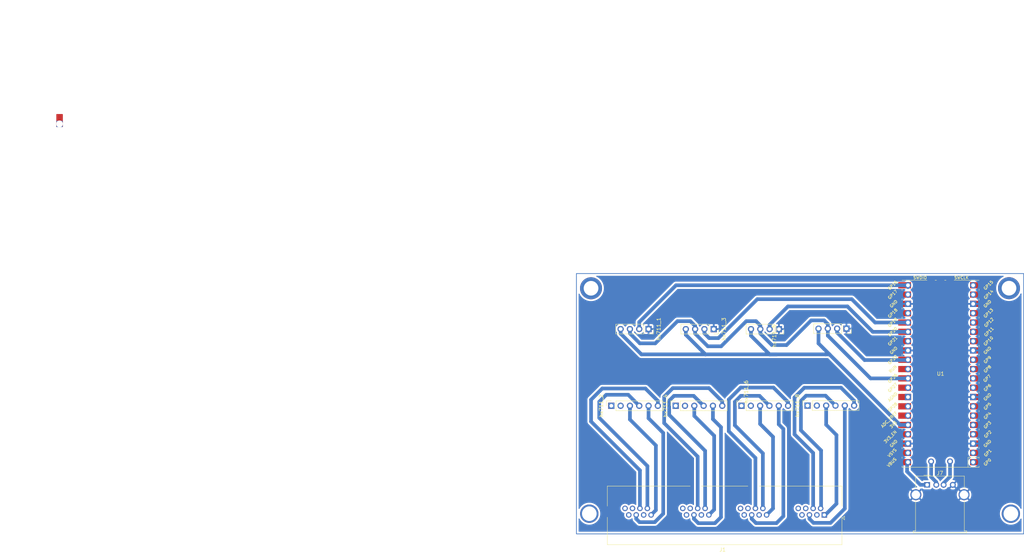
<source format=kicad_pcb>
(kicad_pcb (version 20240108) (generator "pcbnew") (generator_version "8.0")
  (layers (0 "F.Cu" signal) (31 "B.Cu" signal) (34 "B.Paste" user) (35 "F.Paste" user) (36 "B.SilkS" user "B.Silkscreen") (37 "F.SilkS" user "F.Silkscreen") (38 "B.Mask" user) (39 "F.Mask" user) (44 "Edge.Cuts" user))
  (net 0 "")
  (net 25 "SCK")
  (net 26 "DT1")
  (net 27 "VCC")
  (net 28 "GND")
  (net 31 "DT2")
  (net 34 "DT3")
  (net 37 "DT4")
  (net 43 "unconnected-(J7-D--Pad2)")
  (net 44 "unconnected-(J7-D+-Pad3)")
  (net 45 "Net-(J7-VBUS)")
  (net 48 "1A-")
  (net 49 "1E-")
  (net 50 "1E+")
  (net 51 "1A+")
  (net 52 "2E+")
  (net 53 "2A+")
  (net 54 "2E-")
  (net 55 "2A-")
  (net 56 "3E-")
  (net 57 "3A+")
  (net 58 "3E+")
  (net 59 "3A-")
  (net 60 "4A-")
  (net 61 "4E+")
  (net 62 "4E-")
  (net 63 "4A+")
  (footprint "" (layer "F.Cu") (at 273.585332 59.47063)
    (property "Reference" "" (hide yes))
    (property "Value" "" (hide yes))
    (pad "" np_thru_hole circle (at 0 0 180) (size 6 6) (drill 4) (layers "F&B.Cu" "*.Mask"))
  )
  (footprint "" (layer "F.Cu") (at 257.501299 106.700573)
    (property "Reference" "" (at 0 0 0) (layer "F.SilkS") (effects (font (size 1.27 1.27))))
    (property "Value" "")
    (pad "2" thru_hole circle (at 0 0) (size 1.6 1.6) (drill 0.95) (layers "*.Cu" "*.Mask") (net 43 "unconnected-(J7-D--Pad2)"))
  )
  (footprint "" (layer "F.Cu") (at 159.582925 59.495168)
    (property "Reference" "" (at -41.263115 -44.066516 0) (layer "F.SilkS") (effects (font (size 1.27 1.27))))
    (property "Value" "")
    (pad "" np_thru_hole circle (at 0 0 180) (size 6 6) (drill 4) (layers "F&B.Cu" "*.Mask"))
  )
  (footprint "Connector_PinSocket_2.54mm:PinSocket_1x06_P2.54mm_Vertical" (layer "F.Cu") (at 182.668241 91.549093 90)
    (property "Reference" "hx711_4" (at 0 -2.77 90) (layer "F.SilkS"))
    (property "Value" "Conn_01x06_Pin" (hide yes))
    (pad "1" thru_hole rect (at 0 0 90) (size 1.7 1.7) (drill 1) (layers "*.Cu" "*.Mask"))
    (pad "2" thru_hole oval (at 0 2.54 90) (size 1.7 1.7) (drill 1) (layers "*.Cu" "*.Mask"))
    (pad "3" thru_hole oval (at 0 5.08 90) (size 1.7 1.7) (drill 1) (layers "*.Cu" "*.Mask") (net 53 "2A+"))
    (pad "4" thru_hole oval (at 0 7.62 90) (size 1.7 1.7) (drill 1) (layers "*.Cu" "*.Mask") (net 55 "2A-"))
    (pad "5" thru_hole oval (at 0 10.16 90) (size 1.7 1.7) (drill 1) (layers "*.Cu" "*.Mask") (net 54 "2E-"))
    (pad "6" thru_hole oval (at 0 12.7 90) (size 1.7 1.7) (drill 1) (layers "*.Cu" "*.Mask") (net 52 "2E+"))
  )
  (footprint "Connector_PinSocket_2.54mm:PinSocket_1x06_P2.54mm_Vertical" (layer "F.Cu") (at 165.11104 91.54706 90)
    (property "Reference" "hx711_2" (at 0 -2.77 90) (layer "F.SilkS"))
    (property "Value" "Conn_01x06_Pin" (hide yes))
    (pad "1" thru_hole rect (at 0 0 90) (size 1.7 1.7) (drill 1) (layers "*.Cu" "*.Mask"))
    (pad "2" thru_hole oval (at 0 2.54 90) (size 1.7 1.7) (drill 1) (layers "*.Cu" "*.Mask"))
    (pad "3" thru_hole oval (at 0 5.08 90) (size 1.7 1.7) (drill 1) (layers "*.Cu" "*.Mask") (net 51 "1A+"))
    (pad "4" thru_hole oval (at 0 7.62 90) (size 1.7 1.7) (drill 1) (layers "*.Cu" "*.Mask") (net 48 "1A-"))
    (pad "5" thru_hole oval (at 0 10.16 90) (size 1.7 1.7) (drill 1) (layers "*.Cu" "*.Mask") (net 49 "1E-"))
    (pad "6" thru_hole oval (at 0 12.7 90) (size 1.7 1.7) (drill 1) (layers "*.Cu" "*.Mask") (net 50 "1E+"))
  )
  (footprint "Connector_PinSocket_2.54mm:PinSocket_1x04_P2.54mm_Vertical" (layer "F.Cu") (at 210.83104 70.63797 -90)
    (property "Reference" "hx711_5" (at 1.905 1.27 90) (layer "F.SilkS"))
    (property "Value" "Conn_01x04_Pin" (hide yes))
    (pad "1" thru_hole rect (at 0 0 270) (size 1.7 1.7) (drill 1) (layers "*.Cu" "*.Mask") (net 28 "GND"))
    (pad "2" thru_hole oval (at 0 2.54 270) (size 1.7 1.7) (drill 1) (layers "*.Cu" "*.Mask") (net 34 "DT3"))
    (pad "3" thru_hole oval (at 0 5.08 270) (size 1.7 1.7) (drill 1) (layers "*.Cu" "*.Mask") (net 25 "SCK"))
    (pad "4" thru_hole oval (at 0 7.62 270) (size 1.7 1.7) (drill 1) (layers "*.Cu" "*.Mask") (net 27 "VCC"))
  )
  (footprint "Connector_PinSocket_2.54mm:PinSocket_1x04_P2.54mm_Vertical" (layer "F.Cu") (at 193.05104 70.628671 -90)
    (property "Reference" "hx711_3" (at 0 -2.77 90) (layer "F.SilkS"))
    (property "Value" "Conn_01x04_Pin" (hide yes))
    (pad "1" thru_hole rect (at 0 0 270) (size 1.7 1.7) (drill 1) (layers "*.Cu" "*.Mask") (net 28 "GND"))
    (pad "2" thru_hole oval (at 0 2.54 270) (size 1.7 1.7) (drill 1) (layers "*.Cu" "*.Mask") (net 31 "DT2"))
    (pad "3" thru_hole oval (at 0 5.08 270) (size 1.7 1.7) (drill 1) (layers "*.Cu" "*.Mask") (net 25 "SCK"))
    (pad "4" thru_hole oval (at 0 7.62 270) (size 1.7 1.7) (drill 1) (layers "*.Cu" "*.Mask") (net 27 "VCC"))
  )
  (footprint "" (layer "F.Cu") (at 252.349 106.7308)
    (property "Reference" "" (at 0 0 0) (layer "F.SilkS") (effects (font (size 1.27 1.27))))
    (property "Value" "")
    (pad "2" thru_hole circle (at 0 0) (size 1.6 1.6) (drill 0.95) (layers "*.Cu" "*.Mask") (net 43 "unconnected-(J7-D--Pad2)"))
  )
  (footprint "" (layer "F.Cu") (at 159.108936 120.977632)
    (property "Reference" "" (at 0 0 0) (layer "F.SilkS") (effects (font (size 1.27 1.27))))
    (property "Value" "")
    (pad "" np_thru_hole circle (at 0 0) (size 5 5) (drill 4) (layers "F&B.Cu" "*.Mask"))
  )
  (footprint "" (layer "F.Cu") (at 274.093109 120.983793)
    (property "Reference" "" (at 0 0 0) (layer "F.SilkS") (effects (font (size 1.27 1.27))))
    (property "Value" "")
    (pad "" np_thru_hole circle (at 0 0) (size 5 5) (drill 4) (layers "F&B.Cu" "*.Mask"))
  )
  (footprint "Connector_PinSocket_2.54mm:PinSocket_1x04_P2.54mm_Vertical" (layer "F.Cu") (at 175.27104 70.61706 -90)
    (property "Reference" "hx711_1" (at 0 -2.77 90) (layer "F.SilkS"))
    (property "Value" "Conn_01x04_Pin" (hide yes))
    (pad "1" thru_hole rect (at 0 0 270) (size 1.7 1.7) (drill 1) (layers "*.Cu" "*.Mask") (net 28 "GND"))
    (pad "2" thru_hole oval (at 0 2.54 270) (size 1.7 1.7) (drill 1) (layers "*.Cu" "*.Mask") (net 26 "DT1"))
    (pad "3" thru_hole oval (at 0 5.08 270) (size 1.7 1.7) (drill 1) (layers "*.Cu" "*.Mask") (net 25 "SCK"))
    (pad "4" thru_hole oval (at 0 7.62 270) (size 1.7 1.7) (drill 1) (layers "*.Cu" "*.Mask") (net 27 "VCC"))
  )
  (footprint "Connector_RJ:RJ45_Amphenol_RJHSE538X-04" (layer "F.Cu") (at 223.2152 121.3124 180)
    (property "Reference" "J1" (at 27.75 -9.5 0) (layer "F.SilkS"))
    (property "Value" "Conn_01x48_Pin")
    (pad "" np_thru_hole circle (at 223.02 138.819475 180) (size 3.25 3.25) (drill 3.25) (layers "F&B.Cu" "*.Mask"))
    (pad "" np_thru_hole circle (at 223.2152 121.3124 180) (size 3.25 3.25) (drill 3.25) (layers "F&B.Cu" "*.Mask"))
    (pad "1" thru_hole rect (at 0 0 180) (size 1.5 1.5) (drill 0.89) (layers "*.Cu" "*.Mask") (net 63 "4A+"))
    (pad "2" thru_hole circle (at 1.016 1.78 180) (size 1.5 1.5) (drill 0.89) (layers "*.Cu" "*.Mask") (net 60 "4A-"))
    (pad "3" thru_hole circle (at 2.032 0 180) (size 1.5 1.5) (drill 0.89) (layers "*.Cu" "*.Mask"))
    (pad "4" thru_hole circle (at 3.048 1.78 180) (size 1.5 1.5) (drill 0.89) (layers "*.Cu" "*.Mask") (net 61 "4E+"))
    (pad "5" thru_hole circle (at 4.064 0 180) (size 1.5 1.5) (drill 0.89) (layers "*.Cu" "*.Mask") (net 62 "4E-"))
    (pad "6" thru_hole circle (at 5.08 1.78 180) (size 1.5 1.5) (drill 0.89) (layers "*.Cu" "*.Mask"))
    (pad "7" thru_hole circle (at 6.096 0 180) (size 1.5 1.5) (drill 0.89) (layers "*.Cu" "*.Mask"))
    (pad "8" thru_hole circle (at 7.112 1.78 180) (size 1.5 1.5) (drill 0.89) (layers "*.Cu" "*.Mask"))
    (pad "9" thru_hole circle (at 223.02 138.819475 180) (size 1.5 1.5) (drill 0.89) (layers "*.Cu" "*.Mask"))
    (pad "10" thru_hole circle (at 223.02 138.819475 180) (size 1.5 1.5) (drill 0.89) (layers "*.Cu" "*.Mask"))
    (pad "11" thru_hole circle (at 223.02 138.819475 180) (size 1.5 1.5) (drill 0.89) (layers "*.Cu" "*.Mask"))
    (pad "12" thru_hole circle (at 223.02 138.819475 180) (size 1.5 1.5) (drill 0.89) (layers "*.Cu" "*.Mask"))
    (pad "13" thru_hole circle (at 15.75 0 180) (size 1.5 1.5) (drill 0.89) (layers "*.Cu" "*.Mask") (net 57 "3A+"))
    (pad "14" thru_hole circle (at 16.766 1.78 180) (size 1.5 1.5) (drill 0.89) (layers "*.Cu" "*.Mask") (net 59 "3A-"))
    (pad "15" thru_hole circle (at 17.782 0 180) (size 1.5 1.5) (drill 0.89) (layers "*.Cu" "*.Mask"))
    (pad "16" thru_hole circle (at 18.798 1.78 180) (size 1.5 1.5) (drill 0.89) (layers "*.Cu" "*.Mask") (net 58 "3E+"))
    (pad "17" thru_hole circle (at 19.814 0 180) (size 1.5 1.5) (drill 0.89) (layers "*.Cu" "*.Mask") (net 56 "3E-"))
    (pad "18" thru_hole circle (at 20.83 1.78 180) (size 1.5 1.5) (drill 0.89) (layers "*.Cu" "*.Mask"))
    (pad "19" thru_hole circle (at 21.846 0 180) (size 1.5 1.5) (drill 0.89) (layers "*.Cu" "*.Mask"))
    (pad "20" thru_hole circle (at 22.862 1.78 180) (size 1.5 1.5) (drill 0.89) (layers "*.Cu" "*.Mask"))
    (pad "21" thru_hole circle (at 223.02 138.819475 180) (size 1.5 1.5) (drill 0.89) (layers "*.Cu" "*.Mask"))
    (pad "22" thru_hole circle (at 223.02 138.819475 180) (size 1.5 1.5) (drill 0.89) (layers "*.Cu" "*.Mask"))
    (pad "23" thru_hole circle (at 223.02 138.819475 180) (size 1.5 1.5) (drill 0.89) (layers "*.Cu" "*.Mask"))
    (pad "24" thru_hole circle (at 223.02 138.819475 180) (size 1.5 1.5) (drill 0.89) (layers "*.Cu" "*.Mask"))
    (pad "25" thru_hole circle (at 31.5 0 180) (size 1.5 1.5) (drill 0.89) (layers "*.Cu" "*.Mask") (net 53 "2A+"))
    (pad "26" thru_hole circle (at 32.516 1.78 180) (size 1.5 1.5) (drill 0.89) (layers "*.Cu" "*.Mask") (net 55 "2A-"))
    (pad "27" thru_hole circle (at 33.532 0 180) (size 1.5 1.5) (drill 0.89) (layers "*.Cu" "*.Mask"))
    (pad "28" thru_hole circle (at 34.548 1.78 180) (size 1.5 1.5) (drill 0.89) (layers "*.Cu" "*.Mask") (net 52 "2E+"))
    (pad "29" thru_hole circle (at 35.564 0 180) (size 1.5 1.5) (drill 0.89) (layers "*.Cu" "*.Mask") (net 54 "2E-"))
    (pad "30" thru_hole circle (at 36.58 1.78 180) (size 1.5 1.5) (drill 0.89) (layers "*.Cu" "*.Mask"))
    (pad "31" thru_hole circle (at 37.596 0 180) (size 1.5 1.5) (drill 0.89) (layers "*.Cu" "*.Mask"))
    (pad "32" thru_hole circle (at 38.612 1.78 180) (size 1.5 1.5) (drill 0.89) (layers "*.Cu" "*.Mask"))
    (pad "33" thru_hole circle (at 223.02 138.819475 180) (size 1.5 1.5) (drill 0.89) (layers "*.Cu" "*.Mask"))
    (pad "34" thru_hole circle (at 223.02 138.819475 180) (size 1.5 1.5) (drill 0.89) (layers "*.Cu" "*.Mask"))
    (pad "35" thru_hole circle (at 223.02 138.819475 180) (size 1.5 1.5) (drill 0.89) (layers "*.Cu" "*.Mask"))
    (pad "36" thru_hole circle (at 223.02 138.819475 180) (size 1.5 1.5) (drill 0.89) (layers "*.Cu" "*.Mask"))
    (pad "37" thru_hole circle (at 47.25 0 180) (size 1.5 1.5) (drill 0.89) (layers "*.Cu" "*.Mask") (net 51 "1A+"))
    (pad "38" thru_hole circle (at 48.266 1.78 180) (size 1.5 1.5) (drill 0.89) (layers "*.Cu" "*.Mask") (net 48 "1A-"))
    (pad "39" thru_hole circle (at 49.282 0 180) (size 1.5 1.5) (drill 0.89) (layers "*.Cu" "*.Mask"))
    (pad "40" thru_hole circle (at 50.298 1.78 180) (size 1.5 1.5) (drill 0.89) (layers "*.Cu" "*.Mask") (net 50 "1E+"))
    (pad "41" thru_hole circle (at 51.314 0 180) (size 1.5 1.5) (drill 0.89) (layers "*.Cu" "*.Mask") (net 49 "1E-"))
    (pad "42" thru_hole circle (at 52.33 1.78 180) (size 1.5 1.5) (drill 0.89) (layers "*.Cu" "*.Mask"))
    (pad "43" thru_hole circle (at 53.346 0 180) (size 1.5 1.5) (drill 0.89) (layers "*.Cu" "*.Mask"))
    (pad "44" thru_hole circle (at 54.362 1.78 180) (size 1.5 1.5) (drill 0.89) (layers "*.Cu" "*.Mask"))
    (pad "45" thru_hole circle (at 223.02 138.819475 180) (size 1.5 1.5) (drill 0.89) (layers "*.Cu" "*.Mask"))
    (pad "46" thru_hole circle (at 223.02 138.819475 180) (size 1.5 1.5) (drill 0.89) (layers "*.Cu" "*.Mask"))
    (pad "47" thru_hole circle (at 223.02 138.819475 180) (size 1.5 1.5) (drill 0.89) (layers "*.Cu" "*.Mask"))
    (pad "48" thru_hole circle (at 223.02 138.819475 180) (size 1.5 1.5) (drill 0.89) (layers "*.Cu" "*.Mask"))
    (pad "SH" thru_hole circle (at 223.2152 121.3124 180) (size 2.57 2.57) (drill 1.57) (layers "*.Cu" "*.Mask"))
    (pad "SH" thru_hole circle (at 223.2152 121.3124 180) (size 2.57 2.57) (drill 1.57) (layers "*.Cu" "*.Mask"))
    (pad "SH" thru_hole circle (at 223.2152 121.3124 180) (size 2.57 2.57) (drill 1.57) (layers "*.Cu" "*.Mask"))
    (pad "SH" thru_hole circle (at 223.2152 121.3124 180) (size 2.57 2.57) (drill 1.57) (layers "*.Cu" "*.Mask"))
  )
  (footprint "" (layer "F.Cu") (at 129.6924 39.7002)
    (property "Reference" "" (at 0 0 0) (layer "F.SilkS") (effects (font (size 1.27 1.27))))
    (property "Value" "")
    (pad "" np_thru_hole oval (at 0 0 180) (size 1.5 1.5) (drill 1.5) (layers "F&B.Cu" "*.Mask"))
  )
  (footprint "Connector_USB:USB_A_Molex_67643_Horizontal" (layer "F.Cu") (at 251.251124 113.09949)
    (property "Reference" "J7" (at 3.5 -3.19 0) (layer "F.SilkS"))
    (property "Value" "USB_A")
    (pad "1" thru_hole rect (at 0 0) (size 1.6 1.5) (drill 0.95) (layers "*.Cu" "*.Mask") (net 45 "Net-(J7-VBUS)"))
    (pad "2" thru_hole circle (at 2.5 0) (size 1.6 1.6) (drill 0.95) (layers "*.Cu" "*.Mask") (net 43 "unconnected-(J7-D--Pad2)"))
    (pad "3" thru_hole circle (at 4.5 0) (size 1.6 1.6) (drill 0.95) (layers "*.Cu" "*.Mask") (net 44 "unconnected-(J7-D+-Pad3)"))
    (pad "4" thru_hole circle (at 7 0) (size 1.6 1.6) (drill 0.95) (layers "*.Cu" "*.Mask") (net 28 "GND"))
    (pad "5" thru_hole circle (at -3.07 2.71) (size 3 3) (drill 2.3) (layers "*.Cu" "*.Mask") (net 28 "GND"))
    (pad "5" thru_hole circle (at 10.07 2.71) (size 3 3) (drill 2.3) (layers "*.Cu" "*.Mask") (net 28 "GND"))
  )
  (footprint "Connector_PinSocket_2.54mm:PinSocket_1x04_P2.54mm_Vertical" (layer "F.Cu") (at 229.24604 70.495962 -90)
    (property "Reference" "hx711_7" (hide yes))
    (property "Value" "Conn_01x04_Pin")
    (pad "1" thru_hole rect (at 0 0 270) (size 1.7 1.7) (drill 1) (layers "*.Cu" "*.Mask") (net 28 "GND"))
    (pad "2" thru_hole oval (at 0 2.54 270) (size 1.7 1.7) (drill 1) (layers "*.Cu" "*.Mask") (net 37 "DT4"))
    (pad "3" thru_hole oval (at 0 5.08 270) (size 1.7 1.7) (drill 1) (layers "*.Cu" "*.Mask") (net 25 "SCK"))
    (pad "4" thru_hole oval (at 0 7.62 270) (size 1.7 1.7) (drill 1) (layers "*.Cu" "*.Mask") (net 27 "VCC"))
  )
  (footprint "Connector_PinSocket_2.54mm:PinSocket_1x06_P2.54mm_Vertical" (layer "F.Cu") (at 200.621068 91.538123 90)
    (property "Reference" "hx711_6" (at 3.81 1.27 90) (layer "F.SilkS"))
    (property "Value" "Conn_01x06_Pin" (hide yes))
    (pad "1" thru_hole rect (at 0 0 90) (size 1.7 1.7) (drill 1) (layers "*.Cu" "*.Mask"))
    (pad "2" thru_hole oval (at 0 2.54 90) (size 1.7 1.7) (drill 1) (layers "*.Cu" "*.Mask"))
    (pad "3" thru_hole oval (at 0 5.08 90) (size 1.7 1.7) (drill 1) (layers "*.Cu" "*.Mask") (net 57 "3A+"))
    (pad "4" thru_hole oval (at 0 7.62 90) (size 1.7 1.7) (drill 1) (layers "*.Cu" "*.Mask") (net 59 "3A-"))
    (pad "5" thru_hole oval (at 0 10.16 90) (size 1.7 1.7) (drill 1) (layers "*.Cu" "*.Mask") (net 56 "3E-"))
    (pad "6" thru_hole oval (at 0 12.7 90) (size 1.7 1.7) (drill 1) (layers "*.Cu" "*.Mask") (net 58 "3E+"))
  )
  (footprint "Rasperry Pico 2:RPi_Pico_SMD_TH" (layer "F.Cu") (at 254.9144 82.804 180)
    (property "Reference" "U1" (at 0 0 0) (layer "F.SilkS"))
    (property "Value" "Pico")
    (fp_text user "GP9" (at -12.8 3.81 45) (layer "F.SilkS") (effects (font (size 0.8 0.8))))
    (fp_text user "GND" (at -12.8 -6.35 45) (layer "F.SilkS") (effects (font (size 0.8 0.8))))
    (fp_text user "VBUS" (at 13.3 -24.2 45) (layer "F.SilkS") (effects (font (size 0.8 0.8))))
    (fp_text user "GP20" (at 13.054 11.43 45) (layer "F.SilkS") (effects (font (size 0.8 0.8))))
    (fp_text user "GP28" (at 13.054 -9.144 45) (layer "F.SilkS") (effects (font (size 0.8 0.8))))
    (fp_text user "AGND" (at 13.054 -6.35 45) (layer "F.SilkS") (effects (font (size 0.8 0.8))))
    (fp_text user "GP4" (at -12.8 -11.43 45) (layer "F.SilkS") (effects (font (size 0.8 0.8))))
    (fp_text user "GP2" (at -12.9 -16.51 45) (layer "F.SilkS") (effects (font (size 0.8 0.8))))
    (fp_text user "GP26" (at 13.054 -1.27 45) (layer "F.SilkS") (effects (font (size 0.8 0.8))))
    (fp_text user "GP21" (at 13.054 8.9 45) (layer "F.SilkS") (effects (font (size 0.8 0.8))))
    (fp_text user "3V3_EN" (at 13.7 -17.2 45) (layer "F.SilkS") (effects (font (size 0.8 0.8))))
    (fp_text user "GND" (at 12.8 6.35 45) (layer "F.SilkS") (effects (font (size 0.8 0.8))))
    (fp_text user "GP11" (at -13.2 11.43 45) (layer "F.SilkS") (effects (font (size 0.8 0.8))))
    (fp_text user "3V3" (at 12.9 -13.9 45) (layer "F.SilkS") (effects (font (size 0.8 0.8))))
    (fp_text user "GND" (at -12.8 -19.05 45) (layer "F.SilkS") (effects (font (size 0.8 0.8))))
    (fp_text user "GP10" (at -13.054 8.89 45) (layer "F.SilkS") (effects (font (size 0.8 0.8))))
    (fp_text user "GP3" (at -12.8 -13.97 45) (layer "F.SilkS") (effects (font (size 0.8 0.8))))
    (fp_text user "GP15" (at -13.054 24.13 45) (layer "F.SilkS") (effects (font (size 0.8 0.8))))
    (fp_text user "GP12" (at -13.2 13.97 45) (layer "F.SilkS") (effects (font (size 0.8 0.8))))
    (fp_text user "RUN" (at 13 1.27 45) (layer "F.SilkS") (effects (font (size 0.8 0.8))))
    (fp_text user "GND" (at 12.8 19.05 45) (layer "F.SilkS") (effects (font (size 0.8 0.8))))
    (fp_text user "GP17" (at 13.054 21.59 45) (layer "F.SilkS") (effects (font (size 0.8 0.8))))
    (fp_text user "GP8" (at -12.8 1.27 45) (layer "F.SilkS") (effects (font (size 0.8 0.8))))
    (fp_text user "GP0" (at -12.8 -24.13 45) (layer "F.SilkS") (effects (font (size 0.8 0.8))))
    (fp_text user "GP13" (at -13.054 16.51 45) (layer "F.SilkS") (effects (font (size 0.8 0.8))))
    (fp_text user "ADC_VREF" (at 14 -12.5 45) (layer "F.SilkS") (effects (font (size 0.8 0.8))))
    (fp_text user "GP6" (at -12.8 -3.81 45) (layer "F.SilkS") (effects (font (size 0.8 0.8))))
    (fp_text user "GP27" (at 13.054 -3.8 45) (layer "F.SilkS") (effects (font (size 0.8 0.8))))
    (fp_text user "GP16" (at 13.054 24.13 45) (layer "F.SilkS") (effects (font (size 0.8 0.8))))
    (fp_text user "GP7" (at -12.7 -1.3 45) (layer "F.SilkS") (effects (font (size 0.8 0.8))))
    (fp_text user "SWDIO" (at 5.6 26.2 0) (layer "F.SilkS") (effects (font (size 0.8 0.8))))
    (fp_text user "GP14" (at -13.1 21.59 45) (layer "F.SilkS") (effects (font (size 0.8 0.8))))
    (fp_text user "VSYS" (at 13.2 -21.59 45) (layer "F.SilkS") (effects (font (size 0.8 0.8))))
    (fp_text user "SWCLK" (at -5.7 26.2 0) (layer "F.SilkS") (effects (font (size 0.8 0.8))))
    (fp_text user "GND" (at -12.8 19.05 45) (layer "F.SilkS") (effects (font (size 0.8 0.8))))
    (fp_text user "GP1" (at -12.9 -21.6 45) (layer "F.SilkS") (effects (font (size 0.8 0.8))))
    (fp_text user "GP5" (at -12.8 -8.89 45) (layer "F.SilkS") (effects (font (size 0.8 0.8))))
    (fp_text user "GP22" (at 13.054 3.81 45) (layer "F.SilkS") (effects (font (size 0.8 0.8))))
    (fp_text user "GND" (at -12.8 6.35 45) (layer "F.SilkS") (effects (font (size 0.8 0.8))))
    (fp_text user "GP19" (at 13.054 13.97 45) (layer "F.SilkS") (effects (font (size 0.8 0.8))))
    (fp_text user "GP18" (at 13.054 16.51 45) (layer "F.SilkS") (effects (font (size 0.8 0.8))))
    (fp_text user "GND" (at 12.8 -19.05 45) (layer "F.SilkS") (effects (font (size 0.8 0.8))))
    (pad "" np_thru_hole oval (at 240.29836 68.142316 180) (size 1.5 1.5) (drill 1.5) (layers "F&B.Cu" "*.Mask"))
    (pad "" np_thru_hole oval (at 240.29836 68.142316 180) (size 1.5 1.5) (drill 1.5) (layers "F&B.Cu" "*.Mask"))
    (pad "" np_thru_hole oval (at 240.29836 68.142316 180) (size 1.8 1.8) (drill 1.8) (layers "F&B.Cu" "*.Mask"))
    (pad "" np_thru_hole oval (at 240.29836 68.142316 180) (size 1.8 1.8) (drill 1.8) (layers "F&B.Cu" "*.Mask"))
    (pad "1" thru_hole oval (at -8.89 -24.13 180) (size 1.7 1.7) (drill 1.02) (layers "*.Cu" "*.Mask"))
    (pad "1" smd rect (at -8.89 -24.13 180) (size 3.5 1.7) (drill (offset -0.9 0)) (layers "F.Cu" "F.Mask"))
    (pad "2" thru_hole oval (at -8.89 -21.59 180) (size 1.7 1.7) (drill 1.02) (layers "*.Cu" "*.Mask"))
    (pad "2" smd rect (at -8.89 -21.59 180) (size 3.5 1.7) (drill (offset -0.9 0)) (layers "F.Cu" "F.Mask"))
    (pad "3" thru_hole rect (at -8.89 -19.05 180) (size 1.7 1.7) (drill 1.02) (layers "*.Cu" "*.Mask") (net 28 "GND"))
    (pad "3" smd rect (at -8.89 -19.05 180) (size 3.5 1.7) (drill (offset -0.9 0)) (layers "F.Cu" "F.Mask") (net 28 "GND"))
    (pad "4" thru_hole oval (at -8.89 -16.51 180) (size 1.7 1.7) (drill 1.02) (layers "*.Cu" "*.Mask"))
    (pad "4" smd rect (at -8.89 -16.51 180) (size 3.5 1.7) (drill (offset -0.9 0)) (layers "F.Cu" "F.Mask"))
    (pad "5" thru_hole oval (at -8.89 -13.97 180) (size 1.7 1.7) (drill 1.02) (layers "*.Cu" "*.Mask"))
    (pad "5" smd rect (at -8.89 -13.97 180) (size 3.5 1.7) (drill (offset -0.9 0)) (layers "F.Cu" "F.Mask"))
    (pad "6" thru_hole oval (at -8.89 -11.43 180) (size 1.7 1.7) (drill 1.02) (layers "*.Cu" "*.Mask"))
    (pad "6" smd rect (at -8.89 -11.43 180) (size 3.5 1.7) (drill (offset -0.9 0)) (layers "F.Cu" "F.Mask"))
    (pad "7" thru_hole oval (at -8.89 -8.89 180) (size 1.7 1.7) (drill 1.02) (layers "*.Cu" "*.Mask"))
    (pad "7" smd rect (at -8.89 -8.89 180) (size 3.5 1.7) (drill (offset -0.9 0)) (layers "F.Cu" "F.Mask"))
    (pad "8" thru_hole rect (at -8.89 -6.35 180) (size 1.7 1.7) (drill 1.02) (layers "*.Cu" "*.Mask") (net 28 "GND"))
    (pad "8" smd rect (at -8.89 -6.35 180) (size 3.5 1.7) (drill (offset -0.9 0)) (layers "F.Cu" "F.Mask") (net 28 "GND"))
    (pad "9" thru_hole oval (at -8.89 -3.81 180) (size 1.7 1.7) (drill 1.02) (layers "*.Cu" "*.Mask"))
    (pad "9" smd rect (at -8.89 -3.81 180) (size 3.5 1.7) (drill (offset -0.9 0)) (layers "F.Cu" "F.Mask"))
    (pad "10" thru_hole oval (at -8.89 -1.27 180) (size 1.7 1.7) (drill 1.02) (layers "*.Cu" "*.Mask"))
    (pad "10" smd rect (at -8.89 -1.27 180) (size 3.5 1.7) (drill (offset -0.9 0)) (layers "F.Cu" "F.Mask"))
    (pad "11" thru_hole oval (at -8.89 1.27 180) (size 1.7 1.7) (drill 1.02) (layers "*.Cu" "*.Mask"))
    (pad "11" smd rect (at -8.89 1.27 180) (size 3.5 1.7) (drill (offset -0.9 0)) (layers "F.Cu" "F.Mask"))
    (pad "12" thru_hole oval (at -8.89 3.81 180) (size 1.7 1.7) (drill 1.02) (layers "*.Cu" "*.Mask"))
    (pad "12" smd rect (at -8.89 3.81 180) (size 3.5 1.7) (drill (offset -0.9 0)) (layers "F.Cu" "F.Mask"))
    (pad "13" thru_hole rect (at -8.89 6.35 180) (size 1.7 1.7) (drill 1.02) (layers "*.Cu" "*.Mask") (net 28 "GND"))
    (pad "13" smd rect (at -8.89 6.35 180) (size 3.5 1.7) (drill (offset -0.9 0)) (layers "F.Cu" "F.Mask") (net 28 "GND"))
    (pad "14" thru_hole oval (at -8.89 8.89 180) (size 1.7 1.7) (drill 1.02) (layers "*.Cu" "*.Mask"))
    (pad "14" smd rect (at -8.89 8.89 180) (size 3.5 1.7) (drill (offset -0.9 0)) (layers "F.Cu" "F.Mask"))
    (pad "15" thru_hole oval (at -8.89 11.43 180) (size 1.7 1.7) (drill 1.02) (layers "*.Cu" "*.Mask"))
    (pad "15" smd rect (at -8.89 11.43 180) (size 3.5 1.7) (drill (offset -0.9 0)) (layers "F.Cu" "F.Mask"))
    (pad "16" thru_hole oval (at -8.89 13.97 180) (size 1.7 1.7) (drill 1.02) (layers "*.Cu" "*.Mask"))
    (pad "16" smd rect (at -8.89 13.97 180) (size 3.5 1.7) (drill (offset -0.9 0)) (layers "F.Cu" "F.Mask"))
    (pad "17" thru_hole oval (at -8.89 16.51 180) (size 1.7 1.7) (drill 1.02) (layers "*.Cu" "*.Mask"))
    (pad "17" smd rect (at -8.89 16.51 180) (size 3.5 1.7) (drill (offset -0.9 0)) (layers "F.Cu" "F.Mask"))
    (pad "18" thru_hole rect (at -8.89 19.05 180) (size 1.7 1.7) (drill 1.02) (layers "*.Cu" "*.Mask") (net 28 "GND"))
    (pad "18" smd rect (at -8.89 19.05 180) (size 3.5 1.7) (drill (offset -0.9 0)) (layers "F.Cu" "F.Mask") (net 28 "GND"))
    (pad "19" thru_hole oval (at -8.89 21.59 180) (size 1.7 1.7) (drill 1.02) (layers "*.Cu" "*.Mask"))
    (pad "19" smd rect (at -8.89 21.59 180) (size 3.5 1.7) (drill (offset -0.9 0)) (layers "F.Cu" "F.Mask"))
    (pad "20" thru_hole oval (at -8.89 24.13 180) (size 1.7 1.7) (drill 1.02) (layers "*.Cu" "*.Mask"))
    (pad "20" smd rect (at -8.89 24.13 180) (size 3.5 1.7) (drill (offset -0.9 0)) (layers "F.Cu" "F.Mask"))
    (pad "21" thru_hole oval (at 8.89 24.13 180) (size 1.7 1.7) (drill 1.02) (layers "*.Cu" "*.Mask") (net 26 "DT1"))
    (pad "21" smd rect (at 8.89 24.13 180) (size 3.5 1.7) (drill (offset 0.9 0)) (layers "F.Cu" "F.Mask") (net 26 "DT1"))
    (pad "22" thru_hole oval (at 8.89 21.59 180) (size 1.7 1.7) (drill 1.02) (layers "*.Cu" "*.Mask"))
    (pad "22" smd rect (at 8.89 21.59 180) (size 3.5 1.7) (drill (offset 0.9 0)) (layers "F.Cu" "F.Mask"))
    (pad "23" thru_hole rect (at 8.89 19.05 180) (size 1.7 1.7) (drill 1.02) (layers "*.Cu" "*.Mask") (net 28 "GND"))
    (pad "23" smd rect (at 8.89 19.05 180) (size 3.5 1.7) (drill (offset 0.9 0)) (layers "F.Cu" "F.Mask") (net 28 "GND"))
    (pad "24" thru_hole oval (at 8.89 16.51 180) (size 1.7 1.7) (drill 1.02) (layers "*.Cu" "*.Mask"))
    (pad "24" smd rect (at 8.89 16.51 180) (size 3.5 1.7) (drill (offset 0.9 0)) (layers "F.Cu" "F.Mask"))
    (pad "25" thru_hole oval (at 8.89 13.97 180) (size 1.7 1.7) (drill 1.02) (layers "*.Cu" "*.Mask") (net 31 "DT2"))
    (pad "25" smd rect (at 8.89 13.97 180) (size 3.5 1.7) (drill (offset 0.9 0)) (layers "F.Cu" "F.Mask") (net 31 "DT2"))
    (pad "26" thru_hole oval (at 8.89 11.43 180) (size 1.7 1.7) (drill 1.02) (layers "*.Cu" "*.Mask") (net 34 "DT3"))
    (pad "26" smd rect (at 8.89 11.43 180) (size 3.5 1.7) (drill (offset 0.9 0)) (layers "F.Cu" "F.Mask") (net 34 "DT3"))
    (pad "27" thru_hole oval (at 8.89 8.89 180) (size 1.7 1.7) (drill 1.02) (layers "*.Cu" "*.Mask"))
    (pad "27" smd rect (at 8.89 8.89 180) (size 3.5 1.7) (drill (offset 0.9 0)) (layers "F.Cu" "F.Mask"))
    (pad "28" thru_hole rect (at 8.89 6.35 180) (size 1.7 1.7) (drill 1.02) (layers "*.Cu" "*.Mask") (net 28 "GND"))
    (pad "28" smd rect (at 8.89 6.35 180) (size 3.5 1.7) (drill (offset 0.9 0)) (layers "F.Cu" "F.Mask") (net 28 "GND"))
    (pad "29" thru_hole oval (at 8.89 3.81 180) (size 1.7 1.7) (drill 1.02) (layers "*.Cu" "*.Mask") (net 37 "DT4"))
    (pad "29" smd rect (at 8.89 3.81 180) (size 3.5 1.7) (drill (offset 0.9 0)) (layers "F.Cu" "F.Mask") (net 37 "DT4"))
    (pad "30" thru_hole oval (at 8.89 1.27 180) (size 1.7 1.7) (drill 1.02) (layers "*.Cu" "*.Mask"))
    (pad "30" smd rect (at 8.89 1.27 180) (size 3.5 1.7) (drill (offset 0.9 0)) (layers "F.Cu" "F.Mask"))
    (pad "31" thru_hole oval (at 8.89 -1.27 180) (size 1.7 1.7) (drill 1.02) (layers "*.Cu" "*.Mask") (net 25 "SCK"))
    (pad "31" smd rect (at 8.89 -1.27 180) (size 3.5 1.7) (drill (offset 0.9 0)) (layers "F.Cu" "F.Mask") (net 25 "SCK"))
    (pad "32" thru_hole oval (at 8.89 -3.81 180) (size 1.7 1.7) (drill 1.02) (layers "*.Cu" "*.Mask"))
    (pad "32" smd rect (at 8.89 -3.81 180) (size 3.5 1.7) (drill (offset 0.9 0)) (layers "F.Cu" "F.Mask"))
    (pad "33" thru_hole rect (at 8.89 -6.35 180) (size 1.7 1.7) (drill 1.02) (layers "*.Cu" "*.Mask"))
    (pad "33" smd rect (at 8.89 -6.35 180) (size 3.5 1.7) (drill (offset 0.9 0)) (layers "F.Cu" "F.Mask"))
    (pad "34" thru_hole oval (at 8.89 -8.89 180) (size 1.7 1.7) (drill 1.02) (layers "*.Cu" "*.Mask"))
    (pad "34" smd rect (at 8.89 -8.89 180) (size 3.5 1.7) (drill (offset 0.9 0)) (layers "F.Cu" "F.Mask"))
    (pad "35" thru_hole oval (at 8.89 -11.43 180) (size 1.7 1.7) (drill 1.02) (layers "*.Cu" "*.Mask"))
    (pad "35" smd rect (at 8.89 -11.43 180) (size 3.5 1.7) (drill (offset 0.9 0)) (layers "F.Cu" "F.Mask"))
    (pad "36" thru_hole oval (at 8.89 -13.97 180) (size 1.7 1.7) (drill 1.02) (layers "*.Cu" "*.Mask") (net 27 "VCC"))
    (pad "36" smd rect (at 8.89 -13.97 180) (size 3.5 1.7) (drill (offset 0.9 0)) (layers "F.Cu" "F.Mask") (net 27 "VCC"))
    (pad "37" thru_hole oval (at 8.89 -16.51 180) (size 1.7 1.7) (drill 1.02) (layers "*.Cu" "*.Mask"))
    (pad "37" smd rect (at 8.89 -16.51 180) (size 3.5 1.7) (drill (offset 0.9 0)) (layers "F.Cu" "F.Mask"))
    (pad "38" thru_hole rect (at 8.89 -19.05 180) (size 1.7 1.7) (drill 1.02) (layers "*.Cu" "*.Mask") (net 28 "GND"))
    (pad "38" smd rect (at 8.89 -19.05 180) (size 3.5 1.7) (drill (offset 0.9 0)) (layers "F.Cu" "F.Mask") (net 28 "GND"))
    (pad "39" thru_hole oval (at 8.89 -21.59 180) (size 1.7 1.7) (drill 1.02) (layers "*.Cu" "*.Mask"))
    (pad "39" smd rect (at 8.89 -21.59 180) (size 3.5 1.7) (drill (offset 0.9 0)) (layers "F.Cu" "F.Mask"))
    (pad "40" thru_hole oval (at 8.89 -24.13 180) (size 1.7 1.7) (drill 1.02) (layers "*.Cu" "*.Mask") (net 45 "Net-(J7-VBUS)"))
    (pad "40" smd rect (at 8.89 -24.13 180) (size 3.5 1.7) (drill (offset 0.9 0)) (layers "F.Cu" "F.Mask") (net 45 "Net-(J7-VBUS)"))
    (pad "41" thru_hole oval (at 240.29836 68.142316 180) (size 1.7 1.7) (drill 1.02) (layers "*.Cu" "*.Mask"))
    (pad "41" smd rect (at 240.29836 68.142316 270) (size 3.5 1.7) (drill (offset -0.9 0)) (layers "F.Cu" "F.Mask"))
    (pad "42" thru_hole rect (at 240.29836 68.142316 180) (size 1.7 1.7) (drill 1.02) (layers "*.Cu" "*.Mask"))
    (pad "42" smd rect (at 240.29836 68.142316 270) (size 3.5 1.7) (drill (offset -0.9 0)) (layers "F.Cu" "F.Mask"))
    (pad "43" thru_hole oval (at 240.29836 68.142316 180) (size 1.7 1.7) (drill 1.02) (layers "*.Cu" "*.Mask"))
    (pad "43" smd rect (at 240.29836 68.142316 270) (size 3.5 1.7) (drill (offset -0.9 0)) (layers "F.Cu" "F.Mask"))
  )
  (footprint "Connector_PinSocket_2.54mm:PinSocket_1x06_P2.54mm_Vertical" (layer "F.Cu") (at 218.635081 91.49059 90)
    (property "Reference" "hx711_8" (at 0 -2.77 90) (layer "F.SilkS"))
    (property "Value" "Conn_01x06_Pin" (hide yes))
    (pad "1" thru_hole rect (at 0 0 90) (size 1.7 1.7) (drill 1) (layers "*.Cu" "*.Mask"))
    (pad "2" thru_hole oval (at 0 2.54 90) (size 1.7 1.7) (drill 1) (layers "*.Cu" "*.Mask"))
    (pad "3" thru_hole oval (at 0 5.08 90) (size 1.7 1.7) (drill 1) (layers "*.Cu" "*.Mask") (net 63 "4A+"))
    (pad "4" thru_hole oval (at 0 7.62 90) (size 1.7 1.7) (drill 1) (layers "*.Cu" "*.Mask") (net 60 "4A-"))
    (pad "5" thru_hole oval (at 0 10.16 90) (size 1.7 1.7) (drill 1) (layers "*.Cu" "*.Mask") (net 62 "4E-"))
    (pad "6" thru_hole oval (at 0 12.7 90) (size 1.7 1.7) (drill 1) (layers "*.Cu" "*.Mask") (net 61 "4E+"))
  )
  (gr_circle (center 274.037532 85.454197) (end 274.037532 85.454197) (stroke (width 0.2)) (fill none) (layer "F.Cu"))
  (gr_rect (start 155.593532 55.482197) (end 277.593532 126.482197) (stroke (width 0.2)) (fill none) (layer "B.Cu") (net 62))
  (gr_circle (center 274.093109 120.983793) (end 276.093109 120.983793) (stroke (width 0.2)) (fill none) (layer "B.Cu"))
  (gr_circle (center 273.585332 59.47063) (end 275.585332 59.47063) (stroke (width 0.2)) (fill none) (layer "B.Cu"))
  (gr_circle (center 159.108936 120.977632) (end 161.108936 120.977632) (stroke (width 0.2)) (fill none) (layer "B.Cu"))
  (gr_circle (center 159.582925 59.495168) (end 161.582925 59.495168) (stroke (width 0.2)) (fill none) (layer "B.Cu"))
  (segment (start 187.97104 70.541684) (end 187.97104 70.628671) (width 1) (layer "B.Cu") (net 25))
  (segment (start 201.918008 68.471241) (end 204.584954 68.471241) (width 1) (layer "B.Cu") (net 25))
  (segment (start 170.19104 71.81656) (end 172.890036 74.515556) (width 1) (layer "B.Cu") (net 25))
  (segment (start 187.97104 71.861655) (end 191.433334 75.323949) (width 1) (layer "B.Cu") (net 25))
  (segment (start 224.16604 70.495962) (end 224.16604 72.421284) (width 1) (layer "B.Cu") (net 25))
  (segment (start 205.75104 69.637327) (end 205.75104 70.63797) (width 1) (layer "B.Cu") (net 25))
  (segment (start 195.0653 75.323949) (end 201.918008 68.471241) (width 1) (layer "B.Cu") (net 25))
  (segment (start 204.584954 68.471241) (end 205.75104 69.637327) (width 1) (layer "B.Cu") (net 25))
  (segment (start 235.818756 84.074) (end 246.0244 84.074) (width 1) (layer "B.Cu") (net 25))
  (segment (start 187.97104 70.628671) (end 187.97104 71.861655) (width 1) (layer "B.Cu") (net 25))
  (segment (start 205.75104 70.63797) (end 205.75104 71.811684) (width 1) (layer "B.Cu") (net 25))
  (segment (start 177.110891 74.515556) (end 183.161616 68.464831) (width 1) (layer "B.Cu") (net 25))
  (segment (start 212.904238 74.986684) (end 219.641122 68.2498) (width 1) (layer "B.Cu") (net 25))
  (segment (start 191.433334 75.323949) (end 195.0653 75.323949) (width 1) (layer "B.Cu") (net 25))
  (segment (start 219.641122 68.2498) (end 223.144156 68.2498) (width 1) (layer "B.Cu") (net 25))
  (segment (start 208.92604 74.986684) (end 212.904238 74.986684) (width 1) (layer "B.Cu") (net 25))
  (segment (start 223.144156 68.2498) (end 224.16604 69.271684) (width 1) (layer "B.Cu") (net 25))
  (segment (start 187.97104 69.770177) (end 187.97104 70.628671) (width 1) (layer "B.Cu") (net 25))
  (segment (start 186.665694 68.464831) (end 187.97104 69.770177) (width 1) (layer "B.Cu") (net 25))
  (segment (start 224.16604 72.421284) (end 235.818756 84.074) (width 1) (layer "B.Cu") (net 25))
  (segment (start 224.16604 69.271684) (end 224.16604 70.495962) (width 1) (layer "B.Cu") (net 25))
  (segment (start 172.890036 74.515556) (end 177.110891 74.515556) (width 1) (layer "B.Cu") (net 25))
  (segment (start 183.161616 68.464831) (end 186.665694 68.464831) (width 1) (layer "B.Cu") (net 25))
  (segment (start 170.19104 70.61706) (end 170.19104 71.81656) (width 1) (layer "B.Cu") (net 25))
  (segment (start 205.75104 71.811684) (end 208.92604 74.986684) (width 1) (layer "B.Cu") (net 25))
  (segment (start 182.76537 58.674) (end 177.729985 63.709385) (width 1) (layer "B.Cu") (net 26))
  (segment (start 246.0244 58.674) (end 246.0244 59.195863) (width 1) (layer "B.Cu") (net 26))
  (segment (start 172.73104 70.61706) (end 172.73104 68.708331) (width 1) (layer "B.Cu") (net 26))
  (segment (start 246.0244 58.674) (end 182.76537 58.674) (width 1) (layer "B.Cu") (net 26))
  (segment (start 172.73104 68.708331) (end 177.729985 63.709385) (width 1) (layer "B.Cu") (net 26))
  (segment (start 167.65104 70.61706) (end 167.65104 71.849372) (width 1) (layer "B.Cu") (net 27))
  (segment (start 208.29104 77.526684) (end 223.53104 77.526684) (width 1) (layer "B.Cu") (net 27))
  (segment (start 167.65104 71.849372) (end 173.328352 77.526684) (width 1) (layer "B.Cu") (net 27))
  (segment (start 223.53104 77.526684) (end 224.617143 77.526684) (width 1) (layer "B.Cu") (net 27))
  (segment (start 203.21104 70.63797) (end 203.21104 72.446684) (width 1) (layer "B.Cu") (net 27))
  (segment (start 173.328352 77.526684) (end 190.785047 77.526684) (width 1) (layer "B.Cu") (net 27))
  (segment (start 185.43104 72.172677) (end 185.43104 70.628671) (width 1) (layer "B.Cu") (net 27))
  (segment (start 224.617143 77.525743) (end 224.617143 77.526684) (width 1) (layer "B.Cu") (net 27))
  (segment (start 190.785047 77.526684) (end 185.43104 72.172677) (width 1) (layer "B.Cu") (net 27))
  (segment (start 224.617143 77.526684) (end 243.864459 96.774) (width 1) (layer "B.Cu") (net 27))
  (segment (start 221.62604 74.53464) (end 224.617143 77.525743) (width 1) (layer "B.Cu") (net 27))
  (segment (start 221.62604 70.495962) (end 221.62604 74.53464) (width 1) (layer "B.Cu") (net 27))
  (segment (start 203.21104 72.446684) (end 208.29104 77.526684) (width 1) (layer "B.Cu") (net 27))
  (segment (start 243.864459 96.774) (end 246.0244 96.774) (width 1) (layer "B.Cu") (net 27))
  (segment (start 190.785047 77.526684) (end 210.233728 77.526684) (width 1) (layer "B.Cu") (net 27))
  (segment (start 237.063356 68.834) (end 246.0244 68.834) (width 1) (layer "B.Cu") (net 31))
  (segment (start 190.51104 70.628671) (end 190.51104 71.800714) (width 1) (layer "B.Cu") (net 31))
  (segment (start 204.93298 62.469744) (end 230.6991 62.469744) (width 1) (layer "B.Cu") (net 31))
  (segment (start 194.32104 73.081684) (end 204.93298 62.469744) (width 1) (layer "B.Cu") (net 31))
  (segment (start 191.79201 73.081684) (end 194.32104 73.081684) (width 1) (layer "B.Cu") (net 31))
  (segment (start 230.6991 62.469744) (end 237.063356 68.834) (width 1) (layer "B.Cu") (net 31))
  (segment (start 190.51104 71.800714) (end 191.79201 73.081684) (width 1) (layer "B.Cu") (net 31))
  (segment (start 229.511009 64.445684) (end 213.292547 64.445684) (width 1) (layer "B.Cu") (net 34))
  (segment (start 236.439325 71.374) (end 229.511009 64.445684) (width 1) (layer "B.Cu") (net 34))
  (segment (start 208.29104 69.447191) (end 208.29104 70.63797) (width 1) (layer "B.Cu") (net 34))
  (segment (start 213.292547 64.445684) (end 208.29104 69.447191) (width 1) (layer "B.Cu") (net 34))
  (segment (start 246.0244 71.374) (end 236.439325 71.374) (width 1) (layer "B.Cu") (net 34))
  (segment (start 226.70604 70.495962) (end 226.70604 71.583084) (width 1) (layer "B.Cu") (net 37))
  (segment (start 234.194716 79.07176) (end 245.94664 79.07176) (width 1) (layer "B.Cu") (net 37))
  (segment (start 245.94664 79.07176) (end 246.0244 78.994) (width 1) (layer "B.Cu") (net 37))
  (segment (start 226.70604 71.583084) (end 234.194716 79.07176) (width 1) (layer "B.Cu") (net 37))
  (segment (start 253.751124 112.369568) (end 252.349 110.967444) (width 1) (layer "B.Cu") (net 43))
  (segment (start 252.349 110.967444) (end 252.349 106.7308) (width 1) (layer "B.Cu") (net 43))
  (segment (start 253.751124 113.09949) (end 253.751124 112.369568) (width 1) (layer "B.Cu") (net 43))
  (segment (start 255.751124 112.630828) (end 257.49618 110.885772) (width 1) (layer "B.Cu") (net 44))
  (segment (start 255.751124 113.09949) (end 255.751124 112.630828) (width 1) (layer "B.Cu") (net 44))
  (segment (start 257.49618 110.885772) (end 257.49618 107.00118) (width 1) (layer "B.Cu") (net 44))
  (segment (start 251.251124 113.09949) (end 249.401046 113.09949) (width 1) (layer "B.Cu") (net 45))
  (segment (start 245.787424 109.485868) (end 245.787424 107.692839) (width 1) (layer "B.Cu") (net 45))
  (segment (start 249.401046 113.09949) (end 245.787424 109.485868) (width 1) (layer "B.Cu") (net 45))
  (segment (start 172.73104 91.54706) (end 169.72838 88.5444) (width 1) (layer "B.Cu") (net 48))
  (segment (start 169.72838 88.5444) (end 163.7284 88.5444) (width 1) (layer "B.Cu") (net 48))
  (segment (start 174.9552 107.9754) (end 174.9552 119.5264) (width 1) (layer "B.Cu") (net 48))
  (segment (start 161.8234 90.4494) (end 161.8234 94.8436) (width 1) (layer "B.Cu") (net 48))
  (segment (start 161.8234 94.8436) (end 174.9552 107.9754) (width 1) (layer "B.Cu") (net 48))
  (segment (start 174.9552 119.5264) (end 174.9492 119.5324) (width 1) (layer "B.Cu") (net 48))
  (segment (start 163.7284 88.5444) (end 161.8234 90.4494) (width 1) (layer "B.Cu") (net 48))
  (segment (start 179.2732 120.977323) (end 176.958923 123.2916) (width 1) (layer "B.Cu") (net 49))
  (segment (start 171.9012 122.37306) (end 171.9012 121.3124) (width 1) (layer "B.Cu") (net 49))
  (segment (start 179.2732 98.9584) (end 179.2732 120.977323) (width 1) (layer "B.Cu") (net 49))
  (segment (start 172.81974 123.2916) (end 171.9012 122.37306) (width 1) (layer "B.Cu") (net 49))
  (segment (start 175.27104 94.95624) (end 179.2732 98.9584) (width 1) (layer "B.Cu") (net 49))
  (segment (start 175.27104 91.54706) (end 175.27104 94.95624) (width 1) (layer "B.Cu") (net 49))
  (segment (start 176.958923 123.2916) (end 172.81974 123.2916) (width 1) (layer "B.Cu") (net 49))
  (segment (start 159.5882 95.8342) (end 172.9172 109.1632) (width 1) (layer "B.Cu") (net 50))
  (segment (start 162.643634 86.835166) (end 159.5882 89.8906) (width 1) (layer "B.Cu") (net 50))
  (segment (start 172.9172 109.1632) (end 172.9172 119.5324) (width 1) (layer "B.Cu") (net 50))
  (segment (start 159.5882 89.8906) (end 159.5882 95.8342) (width 1) (layer "B.Cu") (net 50))
  (segment (start 174.414366 86.835166) (end 162.643634 86.835166) (width 1) (layer "B.Cu") (net 50))
  (segment (start 177.81104 91.54706) (end 177.81104 90.23184) (width 1) (layer "B.Cu") (net 50))
  (segment (start 177.81104 90.23184) (end 174.414366 86.835166) (width 1) (layer "B.Cu") (net 50))
  (segment (start 177.2666 102.362) (end 170.19104 95.28644) (width 1) (layer "B.Cu") (net 51))
  (segment (start 170.19104 91.54706) (end 170.19104 92.390004) (width 1) (layer "B.Cu") (net 51))
  (segment (start 177.2666 120.011) (end 177.2666 102.362) (width 1) (layer "B.Cu") (net 51))
  (segment (start 170.19104 95.28644) (end 170.19104 91.54706) (width 1) (layer "B.Cu") (net 51))
  (segment (start 175.9652 121.3124) (end 177.2666 120.011) (width 1) (layer "B.Cu") (net 51))
  (segment (start 195.368241 91.549093) (end 195.368241 90.364641) (width 1) (layer "B.Cu") (net 52))
  (segment (start 179.531782 89.077962) (end 179.531782 96.270582) (width 1) (layer "B.Cu") (net 52))
  (segment (start 188.6672 105.406) (end 188.6672 119.5324) (width 1) (layer "B.Cu") (net 52))
  (segment (start 195.368241 90.364641) (end 191.738994 86.735394) (width 1) (layer "B.Cu") (net 52))
  (segment (start 191.738994 86.735394) (end 181.87435 86.735394) (width 1) (layer "B.Cu") (net 52))
  (segment (start 181.87435 86.735394) (end 179.531782 89.077962) (width 1) (layer "B.Cu") (net 52))
  (segment (start 179.531782 96.270582) (end 188.6672 105.406) (width 1) (layer "B.Cu") (net 52))
  (segment (start 193.167 119.8606) (end 193.167 99.7204) (width 1) (layer "B.Cu") (net 53))
  (segment (start 191.7152 121.3124) (end 193.167 119.8606) (width 1) (layer "B.Cu") (net 53))
  (segment (start 193.167 99.7204) (end 187.748241 94.301641) (width 1) (layer "B.Cu") (net 53))
  (segment (start 187.748241 94.301641) (end 187.748241 91.549093) (width 1) (layer "B.Cu") (net 53))
  (segment (start 193.3702 123.571) (end 188.84914 123.571) (width 1) (layer "B.Cu") (net 54))
  (segment (start 188.84914 123.571) (end 187.6512 122.37306) (width 1) (layer "B.Cu") (net 54))
  (segment (start 187.6512 122.37306) (end 187.6512 121.3124) (width 1) (layer "B.Cu") (net 54))
  (segment (start 192.828241 95.190641) (end 195.0212 97.3836) (width 1) (layer "B.Cu") (net 54))
  (segment (start 195.0212 121.92) (end 193.3702 123.571) (width 1) (layer "B.Cu") (net 54))
  (segment (start 192.828241 91.549093) (end 192.828241 95.190641) (width 1) (layer "B.Cu") (net 54))
  (segment (start 195.0212 97.3836) (end 195.0212 121.92) (width 1) (layer "B.Cu") (net 54))
  (segment (start 182.22085 88.833891) (end 180.8988 90.155941) (width 1) (layer "B.Cu") (net 55))
  (segment (start 187.573039 88.833891) (end 182.22085 88.833891) (width 1) (layer "B.Cu") (net 55))
  (segment (start 190.6992 103.8312) (end 190.6992 119.5324) (width 1) (layer "B.Cu") (net 55))
  (segment (start 180.8988 94.0308) (end 190.6992 103.8312) (width 1) (layer "B.Cu") (net 55))
  (segment (start 180.8988 90.155941) (end 180.8988 94.0308) (width 1) (layer "B.Cu") (net 55))
  (segment (start 190.288241 91.549093) (end 187.573039 88.833891) (width 1) (layer "B.Cu") (net 55))
  (segment (start 203.4012 121.3124) (end 203.4012 122.37306) (width 1) (layer "B.Cu") (net 56))
  (segment (start 212.0392 121.666) (end 212.0392 97.8662) (width 1) (layer "B.Cu") (net 56))
  (segment (start 210.781068 96.608068) (end 210.781068 91.538123) (width 1) (layer "B.Cu") (net 56))
  (segment (start 210.1596 123.5456) (end 212.0392 121.666) (width 1) (layer "B.Cu") (net 56))
  (segment (start 204.57374 123.5456) (end 210.1596 123.5456) (width 1) (layer "B.Cu") (net 56))
  (segment (start 212.0392 97.8662) (end 210.781068 96.608068) (width 1) (layer "B.Cu") (net 56))
  (segment (start 203.4012 122.37306) (end 204.57374 123.5456) (width 1) (layer "B.Cu") (net 56))
  (segment (start 207.4652 121.3124) (end 209.2198 119.5578) (width 1) (layer "B.Cu") (net 57))
  (segment (start 209.2198 100.0252) (end 205.701068 96.506468) (width 1) (layer "B.Cu") (net 57))
  (segment (start 209.2198 119.5578) (end 209.2198 100.0252) (width 1) (layer "B.Cu") (net 57))
  (segment (start 205.701068 96.506468) (end 205.701068 91.538123) (width 1) (layer "B.Cu") (net 57))
  (segment (start 197.148268 89.846332) (end 197.148268 98.494668) (width 1) (layer "B.Cu") (net 58))
  (segment (start 213.321068 91.538123) (end 213.321068 90.562868) (width 1) (layer "B.Cu") (net 58))
  (segment (start 200.418128 86.576472) (end 197.148268 89.846332) (width 1) (layer "B.Cu") (net 58))
  (segment (start 197.148268 98.494668) (end 204.4172 105.7636) (width 1) (layer "B.Cu") (net 58))
  (segment (start 204.4172 105.7636) (end 204.4172 119.5324) (width 1) (layer "B.Cu") (net 58))
  (segment (start 213.321068 90.562868) (end 209.334672 86.576472) (width 1) (layer "B.Cu") (net 58))
  (segment (start 209.334672 86.576472) (end 200.418128 86.576472) (width 1) (layer "B.Cu") (net 58))
  (segment (start 205.536836 88.833891) (end 200.446709 88.833891) (width 1) (layer "B.Cu") (net 59))
  (segment (start 200.446709 88.833891) (end 198.8156 90.465) (width 1) (layer "B.Cu") (net 59))
  (segment (start 206.4492 104.519) (end 206.4492 119.5324) (width 1) (layer "B.Cu") (net 59))
  (segment (start 208.241068 91.538123) (end 205.536836 88.833891) (width 1) (layer "B.Cu") (net 59))
  (segment (start 198.8156 90.465) (end 198.8156 96.8854) (width 1) (layer "B.Cu") (net 59))
  (segment (start 198.8156 96.8854) (end 206.4492 104.519) (width 1) (layer "B.Cu") (net 59))
  (segment (start 223.562891 88.7984) (end 218.2368 88.7984) (width 1) (layer "B.Cu") (net 60))
  (segment (start 216.827175 98.234575) (end 222.3262 103.7336) (width 1) (layer "B.Cu") (net 60))
  (segment (start 218.2368 88.7984) (end 216.827175 90.208025) (width 1) (layer "B.Cu") (net 60))
  (segment (start 222.3262 119.4054) (end 222.1992 119.5324) (width 1) (layer "B.Cu") (net 60))
  (segment (start 216.827175 90.208025) (end 216.827175 98.234575) (width 1) (layer "B.Cu") (net 60))
  (segment (start 222.3262 103.7336) (end 222.3262 119.4054) (width 1) (layer "B.Cu") (net 60))
  (segment (start 226.255081 91.49059) (end 223.562891 88.7984) (width 1) (layer "B.Cu") (net 60))
  (segment (start 227.7618 86.614) (end 217.758944 86.614) (width 1) (layer "B.Cu") (net 61))
  (segment (start 215.0872 89.285744) (end 215.0872 99.3394) (width 1) (layer "B.Cu") (net 61))
  (segment (start 215.0872 99.3394) (end 220.1672 104.4194) (width 1) (layer "B.Cu") (net 61))
  (segment (start 231.335081 91.49059) (end 231.335081 90.187281) (width 1) (layer "B.Cu") (net 61))
  (segment (start 220.1672 104.4194) (end 220.1672 119.5324) (width 1) (layer "B.Cu") (net 61))
  (segment (start 217.758944 86.614) (end 215.0872 89.285744) (width 1) (layer "B.Cu") (net 61))
  (segment (start 231.335081 90.187281) (end 227.7618 86.614) (width 1) (layer "B.Cu") (net 61))
  (segment (start 219.1512 122.37306) (end 219.1512 121.3124) (width 1) (layer "B.Cu") (net 62))
  (segment (start 224.908554 123.477846) (end 220.255986 123.477846) (width 1) (layer "B.Cu") (net 62))
  (segment (start 228.795081 119.591319) (end 224.908554 123.477846) (width 1) (layer "B.Cu") (net 62))
  (segment (start 228.795081 91.49059) (end 228.795081 119.591319) (width 1) (layer "B.Cu") (net 62))
  (segment (start 220.255986 123.477846) (end 219.1512 122.37306) (width 1) (layer "B.Cu") (net 62))
  (segment (start 223.4672 121.3124) (end 226.5172 118.2624) (width 1) (layer "B.Cu") (net 63))
  (segment (start 223.2152 121.3124) (end 223.4672 121.3124) (width 1) (layer "B.Cu") (net 63))
  (segment (start 223.715081 96.715081) (end 223.715081 91.49059) (width 1) (layer "B.Cu") (net 63))
  (segment (start 226.5172 99.5172) (end 223.715081 96.715081) (width 1) (layer "B.Cu") (net 63))
  (segment (start 226.5172 118.2624) (end 226.5172 99.5172) (width 1) (layer "B.Cu") (net 63))
  (zone (net 28) (net_name "GND") (layer "B.Cu") (connect_pads (clearance 0.5)) (min_thickness 0.25) (fill yes (thermal_gap 0.5) (thermal_bridge_width 0.5))
    (polygon (pts (xy 155.593532 55.482197) (xy 155.593532 126.482197) (xy 277.593532 126.482197) (xy 277.593532 55.482197)))
  )
)
</source>
